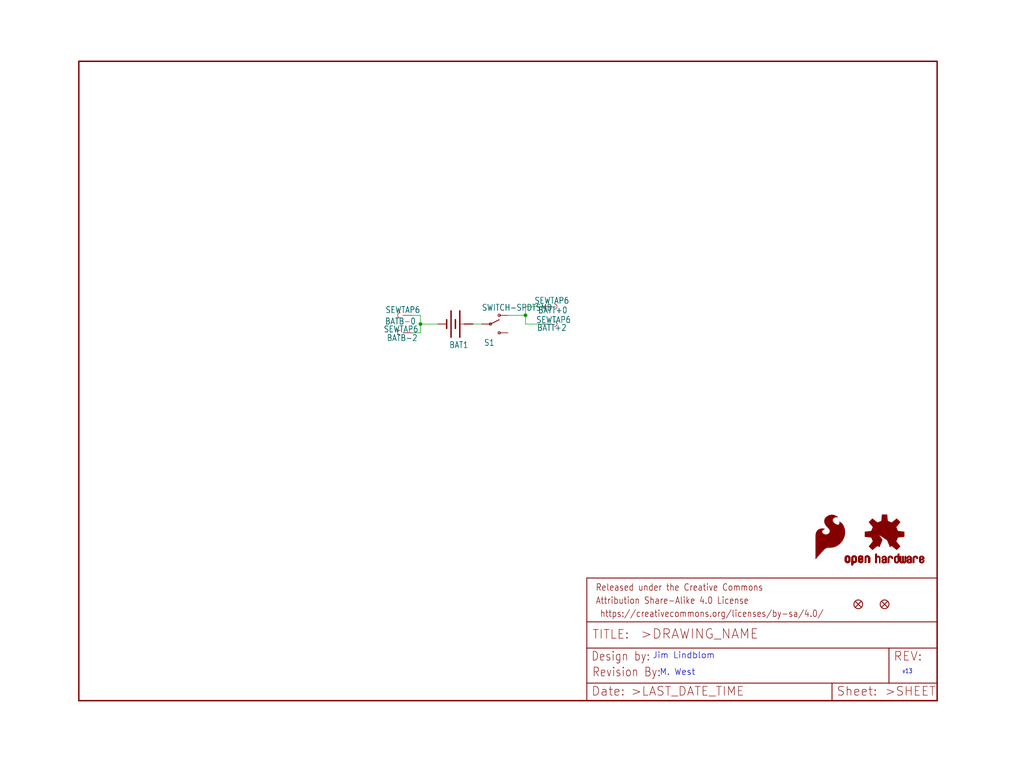
<source format=kicad_sch>
(kicad_sch (version 20211123) (generator eeschema)
  (paper "User" 297.002 223.926)
  (lib_symbols
    (symbol "schematicEagle-eagle-import:BATTERY20MM_4LEGS"
      (property "Reference" "BAT" (at -3.81 5.08 0))
      (property "Value" "BATTERY20MM_4LEGS" (at -3.81 -6.35 0))
      (symbol "BATTERY20MM_4LEGS_1_0"
        (pin power_in line (at 5.08 0 180) (length 2.54) (name "-") (number "NEGATIVE"))
        (pin power_in line (at -5.08 0 0) (length 2.54) (name "+") (number "POSITIVE@1"))
        (pin power_in line (at -5.08 0 0) (length 2.54) (name "+") (number "POSITIVE@2"))
        (pin power_in line (at -5.08 0 0) (length 2.54) (name "+") (number "POSITIVE@3"))
        (pin power_in line (at -5.08 0 0) (length 2.54) (name "+") (number "POSITIVE@4"))
      )
    )
    (symbol "schematicEagle-eagle-import:FIDUCIALUFIDUCIAL")
    (symbol "schematicEagle-eagle-import:FRAME-LETTER"
      (symbol "FRAME-LETTER_2_0"
        (text " https://creativecommons.org/licenses/by-sa/4.0/" (at 2.54 24.13 0) (effects (font (size 1.9304 1.6408)) (justify left bottom)))
        (text ">DRAWING_NAME" (at 15.494 17.78 0) (effects (font (size 2.7432 2.7432)) (justify left bottom)))
        (text ">LAST_DATE_TIME" (at 12.7 1.27 0) (effects (font (size 2.54 2.54)) (justify left bottom)))
        (text ">SHEET" (at 86.36 1.27 0) (effects (font (size 2.54 2.54)) (justify left bottom)))
        (text "Attribution Share-Alike 4.0 License" (at 2.54 27.94 0) (effects (font (size 1.9304 1.6408)) (justify left bottom)))
        (text "Date:" (at 1.27 1.27 0) (effects (font (size 2.54 2.54)) (justify left bottom)))
        (text "Design by:" (at 1.27 11.43 0) (effects (font (size 2.54 2.159)) (justify left bottom)))
        (text "Released under the Creative Commons" (at 2.54 31.75 0) (effects (font (size 1.9304 1.6408)) (justify left bottom)))
        (text "REV:" (at 88.9 11.43 0) (effects (font (size 2.54 2.54)) (justify left bottom)))
        (text "Sheet:" (at 72.39 1.27 0) (effects (font (size 2.54 2.54)) (justify left bottom)))
        (text "TITLE:" (at 1.524 17.78 0) (effects (font (size 2.54 2.54)) (justify left bottom)))
      )
    )
    (symbol "schematicEagle-eagle-import:OSHW-LOGOS")
    (symbol "schematicEagle-eagle-import:REVISION"
      (symbol "REVISION_1_0"
        (text "Revision By: " (at 0 0 0) (effects (font (size 2.54 2.159)) (justify left bottom)))
      )
    )
    (symbol "schematicEagle-eagle-import:SEWTAP6"
      (property "Reference" "JP" (at -2.54 2.54 0))
      (property "Value" "SEWTAP6" (at -2.54 -5.08 0))
      (symbol "SEWTAP6_1_0"
        (pin bidirectional line (at -2.54 0 180) (length 0) (name "1") (number "1"))
      )
    )
    (symbol "schematicEagle-eagle-import:SFE_LOGO_FLAME.1_INCH")
    (symbol "schematicEagle-eagle-import:SWITCH-SPDTSMD"
      (property "Reference" "S" (at -1.905 -6.35 0))
      (property "Value" "SWITCH-SPDTSMD" (at -2.54 3.81 0))
      (symbol "SWITCH-SPDTSMD_1_0"
        (pin passive line (at 5.08 2.54 180) (length 2.54) (name "O") (number "1"))
        (pin passive line (at -2.54 0 0) (length 2.54) (name "P") (number "2"))
        (pin passive line (at 5.08 -2.54 180) (length 2.54) (name "S") (number "3"))
      )
    )
  )
  (junction (at 121.92 93.98))
  (junction (at 152.4 91.44))
  (wire (pts (xy 147.32 91.44) (xy 152.4 91.44)))
  (wire (pts (xy 121.92 91.44) (xy 121.92 93.98)))
  (wire (pts (xy 157.48 93.98) (xy 152.4 93.98)))
  (wire (pts (xy 121.92 96.52) (xy 119.38 96.52)))
  (wire (pts (xy 137.16 93.98) (xy 139.7 93.98)))
  (wire (pts (xy 152.4 88.9) (xy 157.48 88.9)))
  (wire (pts (xy 152.4 91.44) (xy 152.4 88.9)))
  (wire (pts (xy 127 93.98) (xy 121.92 93.98)))
  (wire (pts (xy 121.92 93.98) (xy 121.92 96.52)))
  (wire (pts (xy 152.4 93.98) (xy 152.4 91.44)))
  (wire (pts (xy 119.38 91.44) (xy 121.92 91.44)))
  (text "Jim Lindblom" (at 189.23 191.262 180) (effects (font (size 1.778 1.778)) (justify left bottom)))
  (text "v13" (at 261.62 195.58 180) (effects (font (size 1.27 1.0795)) (justify left bottom)))
  (text "M. West" (at 191.262 196.088 180) (effects (font (size 1.778 1.778)) (justify left bottom)))
  (symbol (lib_id "schematicEagle-eagle-import:REVISION") (at 171.704 196.342 0) (unit 1)
    (property "Reference" "U$1" (effects hide))
    (property "Value" "REVISION" (effects hide))
    (property "Footprint" "schematicEagle:REVISION" (effects hide))
  )
  (symbol (lib_id "schematicEagle-eagle-import:FIDUCIALUFIDUCIAL") (at 256.54 175.26 0) (unit 1)
    (property "Reference" "FD2" (effects hide))
    (property "Value" "FIDUCIALUFIDUCIAL" (effects hide))
    (property "Footprint" "schematicEagle:MICRO-FIDUCIAL" (effects hide))
  )
  (symbol (lib_id "schematicEagle-eagle-import:SEWTAP6") (at 160.02 93.98 0) (unit 1)
    (property "Reference" "BATT+2" (at 155.702 96.012 0) (effects (font (size 1.778 1.5113)) (justify left bottom)))
    (property "Value" "SEWTAP6" (at 155.448 93.726 0) (effects (font (size 1.778 1.5113)) (justify left bottom)))
    (property "Footprint" "schematicEagle:PETAL-SMALL-2SIDE" (effects hide))
  )
  (symbol (lib_id "schematicEagle-eagle-import:SEWTAP6") (at 116.84 96.52 180) (unit 1)
    (property "Reference" "BATB-2" (at 121.158 97.028 0) (effects (font (size 1.778 1.5113)) (justify left bottom)))
    (property "Value" "SEWTAP6" (at 121.412 94.488 0) (effects (font (size 1.778 1.5113)) (justify left bottom)))
    (property "Footprint" "schematicEagle:PETAL-SMALL-2SIDE" (effects hide))
  )
  (symbol (lib_id "schematicEagle-eagle-import:FIDUCIALUFIDUCIAL") (at 248.92 175.26 0) (unit 1)
    (property "Reference" "FD1" (effects hide))
    (property "Value" "FIDUCIALUFIDUCIAL" (effects hide))
    (property "Footprint" "schematicEagle:MICRO-FIDUCIAL" (effects hide))
  )
  (symbol (lib_id "schematicEagle-eagle-import:BATTERY20MM_4LEGS") (at 132.08 93.98 180) (unit 1)
    (property "Reference" "BAT1" (at 135.89 99.06 0) (effects (font (size 1.778 1.5113)) (justify left bottom)))
    (property "Value" "20mm coincell" (effects hide))
    (property "Footprint" "schematicEagle:BATTCON_20MM_4LEGS" (effects hide))
  )
  (symbol (lib_id "schematicEagle-eagle-import:OSHW-LOGOS") (at 256.54 154.94 0) (unit 1)
    (property "Reference" "LOGO2" (effects hide))
    (property "Value" "OSHW-LOGOS" (effects hide))
    (property "Footprint" "schematicEagle:OSHW-LOGO-S" (effects hide))
  )
  (symbol (lib_id "schematicEagle-eagle-import:FRAME-LETTER") (at 22.86 203.2 0) (unit 1)
    (property "Reference" "FRAME1" (effects hide))
    (property "Value" "FRAME-LETTER" (effects hide))
    (property "Footprint" "schematicEagle:CREATIVE_COMMONS" (effects hide))
  )
  (symbol (lib_id "schematicEagle-eagle-import:FRAME-LETTER") (at 170.18 203.2 0) (unit 2)
    (property "Reference" "FRAME1" (effects hide))
    (property "Value" "FRAME-LETTER" (effects hide))
    (property "Footprint" "schematicEagle:CREATIVE_COMMONS" (effects hide))
  )
  (symbol (lib_id "schematicEagle-eagle-import:SEWTAP6") (at 116.84 91.44 180) (unit 1)
    (property "Reference" "BATB-0" (at 120.65 92.202 0) (effects (font (size 1.778 1.5113)) (justify left bottom)))
    (property "Value" "SEWTAP6" (at 121.92 88.9 0) (effects (font (size 1.778 1.5113)) (justify left bottom)))
    (property "Footprint" "schematicEagle:PETAL-SMALL-2SIDE" (effects hide))
  )
  (symbol (lib_id "schematicEagle-eagle-import:SEWTAP6") (at 160.02 88.9 0) (unit 1)
    (property "Reference" "BATT+0" (at 155.956 90.932 0) (effects (font (size 1.778 1.5113)) (justify left bottom)))
    (property "Value" "SEWTAP6" (at 154.94 88.138 0) (effects (font (size 1.778 1.5113)) (justify left bottom)))
    (property "Footprint" "schematicEagle:PETAL-SMALL-2SIDE" (effects hide))
  )
  (symbol (lib_id "schematicEagle-eagle-import:SFE_LOGO_FLAME.1_INCH") (at 236.22 162.56 0) (unit 1)
    (property "Reference" "LOGO1" (effects hide))
    (property "Value" "SFE_LOGO_FLAME.1_INCH" (effects hide))
    (property "Footprint" "schematicEagle:SFE_LOGO_FLAME_.1" (effects hide))
  )
  (symbol (lib_id "schematicEagle-eagle-import:SWITCH-SPDTSMD") (at 142.24 93.98 0) (unit 1)
    (property "Reference" "S1" (at 140.335 100.33 0) (effects (font (size 1.778 1.5113)) (justify left bottom)))
    (property "Value" "SWITCH-SPDTSMD" (at 139.7 90.17 0) (effects (font (size 1.778 1.5113)) (justify left bottom)))
    (property "Footprint" "schematicEagle:AYZ0202" (effects hide))
  )
)
</source>
